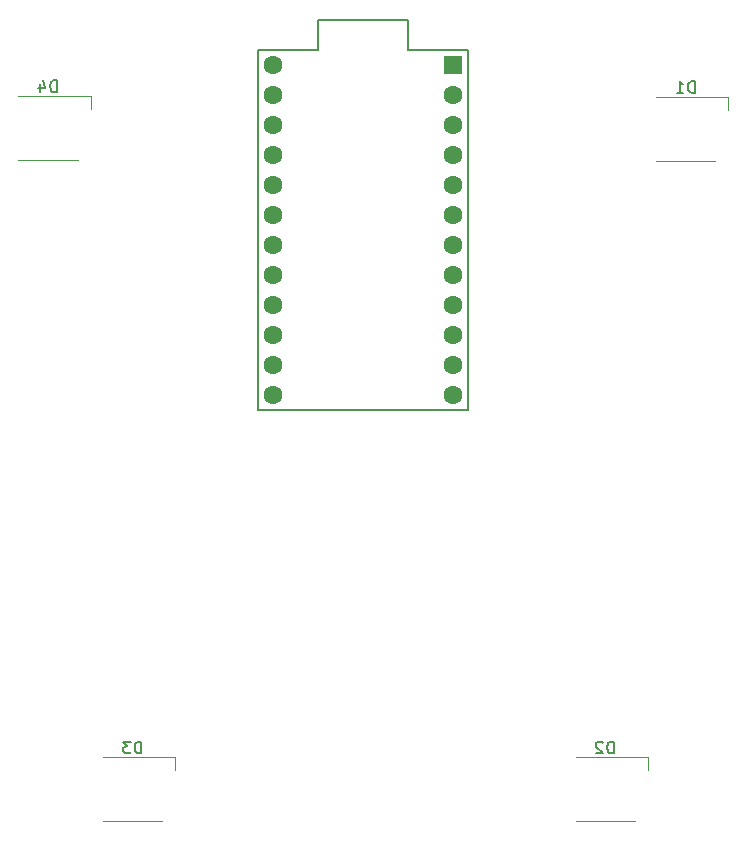
<source format=gbr>
%TF.GenerationSoftware,KiCad,Pcbnew,(6.0.10)*%
%TF.CreationDate,2023-03-17T10:19:52+01:00*%
%TF.ProjectId,MacroBoard_16keys,4d616372-6f42-46f6-9172-645f31366b65,rev?*%
%TF.SameCoordinates,Original*%
%TF.FileFunction,Legend,Bot*%
%TF.FilePolarity,Positive*%
%FSLAX46Y46*%
G04 Gerber Fmt 4.6, Leading zero omitted, Abs format (unit mm)*
G04 Created by KiCad (PCBNEW (6.0.10)) date 2023-03-17 10:19:52*
%MOMM*%
%LPD*%
G01*
G04 APERTURE LIST*
%ADD10C,0.150000*%
%ADD11C,0.120000*%
%ADD12R,1.600000X1.600000*%
%ADD13C,1.600000*%
G04 APERTURE END LIST*
D10*
%TO.C,D1*%
X167638095Y-44152380D02*
X167638095Y-43152380D01*
X167400000Y-43152380D01*
X167257142Y-43200000D01*
X167161904Y-43295238D01*
X167114285Y-43390476D01*
X167066666Y-43580952D01*
X167066666Y-43723809D01*
X167114285Y-43914285D01*
X167161904Y-44009523D01*
X167257142Y-44104761D01*
X167400000Y-44152380D01*
X167638095Y-44152380D01*
X166114285Y-44152380D02*
X166685714Y-44152380D01*
X166400000Y-44152380D02*
X166400000Y-43152380D01*
X166495238Y-43295238D01*
X166590476Y-43390476D01*
X166685714Y-43438095D01*
%TO.C,D2*%
X160813095Y-100077380D02*
X160813095Y-99077380D01*
X160575000Y-99077380D01*
X160432142Y-99125000D01*
X160336904Y-99220238D01*
X160289285Y-99315476D01*
X160241666Y-99505952D01*
X160241666Y-99648809D01*
X160289285Y-99839285D01*
X160336904Y-99934523D01*
X160432142Y-100029761D01*
X160575000Y-100077380D01*
X160813095Y-100077380D01*
X159860714Y-99172619D02*
X159813095Y-99125000D01*
X159717857Y-99077380D01*
X159479761Y-99077380D01*
X159384523Y-99125000D01*
X159336904Y-99172619D01*
X159289285Y-99267857D01*
X159289285Y-99363095D01*
X159336904Y-99505952D01*
X159908333Y-100077380D01*
X159289285Y-100077380D01*
%TO.C,D3*%
X120813095Y-100077380D02*
X120813095Y-99077380D01*
X120575000Y-99077380D01*
X120432142Y-99125000D01*
X120336904Y-99220238D01*
X120289285Y-99315476D01*
X120241666Y-99505952D01*
X120241666Y-99648809D01*
X120289285Y-99839285D01*
X120336904Y-99934523D01*
X120432142Y-100029761D01*
X120575000Y-100077380D01*
X120813095Y-100077380D01*
X119908333Y-99077380D02*
X119289285Y-99077380D01*
X119622619Y-99458333D01*
X119479761Y-99458333D01*
X119384523Y-99505952D01*
X119336904Y-99553571D01*
X119289285Y-99648809D01*
X119289285Y-99886904D01*
X119336904Y-99982142D01*
X119384523Y-100029761D01*
X119479761Y-100077380D01*
X119765476Y-100077380D01*
X119860714Y-100029761D01*
X119908333Y-99982142D01*
%TO.C,D4*%
X113638095Y-44102380D02*
X113638095Y-43102380D01*
X113400000Y-43102380D01*
X113257142Y-43150000D01*
X113161904Y-43245238D01*
X113114285Y-43340476D01*
X113066666Y-43530952D01*
X113066666Y-43673809D01*
X113114285Y-43864285D01*
X113161904Y-43959523D01*
X113257142Y-44054761D01*
X113400000Y-44102380D01*
X113638095Y-44102380D01*
X112209523Y-43435714D02*
X112209523Y-44102380D01*
X112447619Y-43054761D02*
X112685714Y-43769047D01*
X112066666Y-43769047D01*
D11*
%TO.C,D1*%
X170500000Y-45600000D02*
X170500000Y-44500000D01*
X170500000Y-44500000D02*
X164400000Y-44500000D01*
X164400000Y-49900000D02*
X169400000Y-49900000D01*
%TO.C,D2*%
X163675000Y-100425000D02*
X157575000Y-100425000D01*
X157575000Y-105825000D02*
X162575000Y-105825000D01*
X163675000Y-101525000D02*
X163675000Y-100425000D01*
%TO.C,D3*%
X123675000Y-100425000D02*
X117575000Y-100425000D01*
X123675000Y-101525000D02*
X123675000Y-100425000D01*
X117575000Y-105825000D02*
X122575000Y-105825000D01*
D10*
%TO.C,U1*%
X130710000Y-71040000D02*
X148490000Y-71040000D01*
X135790000Y-40560000D02*
X130710000Y-40560000D01*
X148490000Y-40560000D02*
X143410000Y-40560000D01*
X148490000Y-40560000D02*
X148490000Y-71040000D01*
X130710000Y-40560000D02*
X130710000Y-71040000D01*
X135790000Y-38020000D02*
X135790000Y-40560000D01*
X143410000Y-40560000D02*
X143410000Y-38020000D01*
X143410000Y-38020000D02*
X135790000Y-38020000D01*
D11*
%TO.C,D4*%
X110400000Y-49850000D02*
X115400000Y-49850000D01*
X116500000Y-45550000D02*
X116500000Y-44450000D01*
X116500000Y-44450000D02*
X110400000Y-44450000D01*
%TD*%
D12*
%TO.C,U1*%
X147220000Y-41830000D03*
D13*
X147220000Y-44370000D03*
X147220000Y-46910000D03*
X147220000Y-49450000D03*
X147220000Y-51990000D03*
X147220000Y-54530000D03*
X147220000Y-57070000D03*
X147220000Y-59610000D03*
X147220000Y-62150000D03*
X147220000Y-64690000D03*
X147220000Y-67230000D03*
X147220000Y-69770000D03*
X131980000Y-69770000D03*
X131980000Y-67230000D03*
X131980000Y-64690000D03*
X131980000Y-62150000D03*
X131980000Y-59610000D03*
X131980000Y-57070000D03*
X131980000Y-54530000D03*
X131980000Y-51990000D03*
X131980000Y-49450000D03*
X131980000Y-46910000D03*
X131980000Y-44370000D03*
X131980000Y-41830000D03*
%TD*%
M02*

</source>
